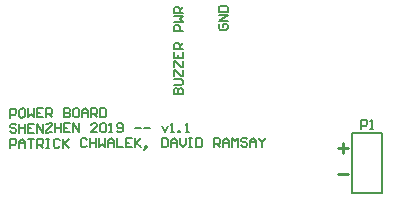
<source format=gto>
%FSTAX23Y23*%
%MOIN*%
%SFA1B1*%

%IPPOS*%
%ADD10C,0.007900*%
%ADD11C,0.006000*%
%ADD12C,0.010000*%
%LNpower_pcb-1*%
%LPD*%
G54D10*
X01525Y0024D02*
Y0044D01*
Y0024D02*
X01625D01*
Y0044*
X01525D02*
X01625D01*
G54D11*
X00385Y00491D02*
X00385Y00521D01*
X004*
X00405Y00516*
X00405Y00506*
X004Y00501*
X00385Y00501*
X0043Y00522D02*
X0042Y00521D01*
X00415Y00516*
X00415Y00496*
X0042Y00491*
X0043Y00492*
X00435Y00497*
X00435Y00517*
X0043Y00522*
X00445D02*
X00445Y00492D01*
X00455Y00502*
X00465Y00492*
X00465Y00522*
X00495Y00522D02*
X00475Y00522D01*
X00475Y00492*
X00495*
X00475Y00507D02*
X00485Y00507D01*
X00505Y00492D02*
X00505Y00522D01*
X0052*
X00525Y00517*
Y00507*
X0052Y00502*
X00505*
X00515D02*
X00525Y00492D01*
X00565Y00522D02*
X00565Y00492D01*
X0058Y00492*
X00585Y00497*
X00585Y00502*
X0058Y00507*
X00565Y00507*
X0058Y00507*
X00585Y00512*
Y00517*
X0058Y00522*
X00565Y00522*
X0061Y00522D02*
X006Y00522D01*
X00595Y00517*
Y00497*
X006Y00492*
X0061Y00492*
X00615Y00497*
Y00517*
X0061Y00522*
X00625Y00492D02*
X00625Y00512D01*
X00635Y00522*
X00645Y00512*
X00645Y00492*
X00645Y00507*
X00625Y00507*
X00655Y00492D02*
X00655Y00522D01*
X0067*
X00675Y00517*
X00675Y00507*
X0067Y00502*
X00655*
X00665D02*
X00675Y00492D01*
X00685Y00523D02*
X00685Y00493D01*
X007*
X00705Y00498*
X00705Y00518*
X007Y00523*
X00685*
X00405Y00466D02*
X004Y00471D01*
X0039Y00471*
X00385Y00466*
X00385Y00461*
X0039Y00456*
X004Y00456*
X00405Y00451*
Y00446*
X004Y00441*
X0039Y00441*
X00385Y00446*
X00415Y00471D02*
X00415Y00441D01*
Y00456*
X00435Y00456*
X00435Y00471*
X00435Y00441*
X00465Y00471D02*
X00445Y00471D01*
X00445Y00441*
X00465Y00441*
X00445Y00456D02*
X00455Y00456D01*
X00475Y00441D02*
X00475Y00471D01*
X00495Y00441*
X00495Y00471*
X00505Y00471D02*
X00525Y00472D01*
Y00467*
X00505Y00446*
Y00441*
X00525Y00442*
X00535Y00472D02*
X00535Y00442D01*
X00535Y00457*
X00555Y00457*
Y00472*
X00555Y00442*
X00585Y00472D02*
X00565Y00472D01*
X00565Y00442*
X00585Y00442*
X00565Y00457D02*
X00575Y00457D01*
X00595Y00442D02*
X00595Y00472D01*
X00615Y00442*
X00615Y00472*
X00675Y00442D02*
X00655Y00442D01*
X00675Y00462*
X00675Y00467*
X0067Y00472*
X0066*
X00655Y00467*
X00685Y00467D02*
X0069Y00472D01*
X007*
X00705Y00467*
X00705Y00447*
X007Y00442*
X0069Y00442*
X00685Y00447*
X00685Y00467*
X00715Y00442D02*
X00725Y00442D01*
X0072Y00442*
X0072Y00472*
X00715Y00467*
X0074Y00447D02*
X00745Y00442D01*
X00755Y00442*
X0076Y00447*
X0076Y00467*
X00755Y00472*
X00745Y00472*
X0074Y00467*
Y00462*
X00745Y00457*
X0076Y00457*
X008Y00458D02*
X0082Y00458D01*
X0083Y00458D02*
X0085D01*
X0089Y00463D02*
X009Y00443D01*
X0091Y00463*
X0092Y00443D02*
X0093Y00443D01*
X00925Y00443*
X00925Y00473*
X0092Y00468*
X00945Y00443D02*
X00945Y00448D01*
X0095*
X0095Y00443*
X00945*
X0097Y00443D02*
X0098Y00443D01*
X00975Y00443*
X00975Y00473*
X0097Y00468*
X00385Y00391D02*
X00385Y00421D01*
X004Y00421*
X00405Y00416*
X00405Y00406*
X004Y00401*
X00385Y00401*
X00415Y00391D02*
X00415Y00411D01*
X00425Y00421*
X00435Y00411*
X00435Y00391*
Y00406*
X00415Y00406*
X00445Y00421D02*
X00465Y00421D01*
X00455*
X00455Y00391*
X00475Y00391D02*
X00475Y00421D01*
X0049*
X00495Y00416*
Y00406*
X0049Y00401*
X00475*
X00485D02*
X00495Y00391D01*
X00505Y00421D02*
X00515D01*
X0051*
X0051Y00391*
X00505*
X00515*
X0055Y00416D02*
X00545Y00421D01*
X00535*
X0053Y00416*
X0053Y00396*
X00535Y00391*
X00545Y00391*
X0055Y00396*
X0056Y00421D02*
X0056Y00391D01*
X0056Y00401*
X0058Y00421*
X00565Y00406*
X0058Y00391*
X0064Y00417D02*
X00635Y00422D01*
X00625*
X0062Y00416*
Y00396*
X00625Y00392*
X00635*
X0064Y00397*
X0065Y00422D02*
X0065Y00392D01*
Y00407*
X0067*
X0067Y00422*
X0067Y00392*
X0068Y00422D02*
X0068Y00392D01*
X0069Y00402*
X007Y00392*
X007Y00422*
X0071Y00392D02*
X0071Y00412D01*
X0072Y00422*
X0073Y00412*
X0073Y00392*
Y00407*
X0071Y00407*
X0074Y00422D02*
X0074Y00392D01*
X0076Y00392*
X0079Y00422D02*
X0077Y00422D01*
X0077Y00392*
X0079Y00392*
X0077Y00407D02*
X0078Y00407D01*
X008Y00422D02*
X008Y00392D01*
Y00402*
X0082Y00422*
X00805Y00407*
X0082Y00392*
X00835Y00387D02*
X0084Y00392D01*
Y00397*
X00835*
Y00392*
X0084*
X00835Y00387*
X0083Y00382*
X0089Y00423D02*
X0089Y00393D01*
X00905Y00393*
X0091Y00398*
Y00418*
X00905Y00423*
X0089Y00423*
X0092Y00393D02*
X0092Y00413D01*
X0093Y00423*
X0094Y00413*
X0094Y00393*
X0094Y00408*
X0092Y00408*
X0095Y00423D02*
X0095Y00403D01*
X0096Y00393*
X0097Y00403*
X0097Y00423*
X0098Y00423D02*
X0099D01*
X00985*
X00985Y00393*
X0098*
X0099*
X01005Y00423D02*
X01005Y00393D01*
X0102*
X01025Y00398*
X01025Y00418*
X0102Y00423*
X01005*
X01065Y00393D02*
X01065Y00423D01*
X0108Y00423*
X01085Y00418*
Y00408*
X0108Y00403*
X01065Y00403*
X01075D02*
X01085Y00393D01*
X01095D02*
X01095Y00413D01*
X01105Y00423*
X01115Y00413*
X01115Y00393*
X01115Y00408*
X01095Y00408*
X01125Y00393D02*
X01125Y00423D01*
X01135Y00414*
X01145Y00424*
X01145Y00394*
X01175Y00419D02*
X0117Y00424D01*
X0116*
X01155Y00419*
Y00414*
X0116Y00409*
X0117*
X01175Y00404*
X01175Y00399*
X0117Y00394*
X0116*
X01155Y00399*
X01185Y00394D02*
X01185Y00414D01*
X01195Y00424*
X01205Y00414*
X01205Y00394*
X01205Y00409*
X01185Y00409*
X01215Y00424D02*
X01215Y00419D01*
X01225Y00409*
X01235Y00419*
X01235Y00424*
X01225Y00409D02*
X01225Y00394D01*
X0093Y0057D02*
X0096D01*
Y00585*
X00955Y0059*
X0095*
X00945Y00585*
Y0057*
Y00585*
X0094Y0059*
X00935*
X0093Y00585*
Y0057*
Y006D02*
X00955D01*
X0096Y00605*
Y00615*
X00955Y0062*
X0093*
Y0063D02*
Y0065D01*
X00935*
X00955Y0063*
X0096*
Y0065*
X0093Y0066D02*
Y0068D01*
X00935*
X00955Y0066*
X0096*
Y0068*
X0093Y0071D02*
Y0069D01*
X0096*
Y0071*
X00945Y0069D02*
Y007D01*
X0096Y0072D02*
X0093D01*
Y00734*
X00935Y00739*
X00945*
X0095Y00734*
Y0072*
Y00729D02*
X0096Y00739D01*
Y00779D02*
X0093D01*
Y00794*
X00935Y00799*
X00945*
X0095Y00794*
Y00779*
X0093Y00809D02*
X0096D01*
X0095Y00819*
X0096Y00829*
X0093*
X0096Y00839D02*
X0093D01*
Y00854*
X00935Y00859*
X00945*
X0095Y00854*
Y00839*
Y00849D02*
X0096Y00859D01*
X01085Y00805D02*
X0108Y008D01*
Y0079*
X01085Y00785*
X01105*
X0111Y0079*
Y008*
X01105Y00805*
X01095*
Y00795*
X0111Y00815D02*
X0108D01*
X0111Y00835*
X0108*
Y00845D02*
X0111D01*
Y0086*
X01105Y00865*
X01085*
X0108Y0086*
Y00845*
X01555Y00455D02*
Y00485D01*
X0157*
X01575Y0048*
Y0047*
X0157Y00465*
X01555*
X01585Y00455D02*
X01595D01*
X0159*
Y00485*
X01585Y0048*
G54D12*
X0151Y00305D02*
X01476D01*
X0151Y0039D02*
X01476D01*
X01493Y00406D02*
Y00373D01*
M02*
</source>
